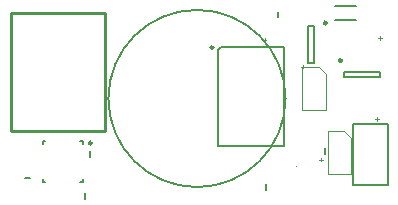
<source format=gbo>
%FSLAX25Y25*%
%MOIN*%
G70*
G01*
G75*
G04 Layer_Color=32896*
%ADD10R,0.02756X0.03543*%
%ADD11C,0.04000*%
%ADD12R,0.20276X0.20276*%
%ADD13O,0.02756X0.00787*%
%ADD14O,0.00787X0.02756*%
%ADD15R,0.02953X0.05512*%
%ADD16R,0.02008X0.01575*%
%ADD17R,0.05906X0.05118*%
%ADD18R,0.03543X0.02756*%
%ADD19R,0.03937X0.04331*%
%ADD20R,0.05118X0.05079*%
%ADD21R,0.05512X0.05079*%
%ADD22R,0.06614X0.03150*%
%ADD23R,0.05906X0.06693*%
%ADD24R,0.06693X0.05906*%
%ADD25R,0.05709X0.06299*%
%ADD26R,0.07480X0.03937*%
%ADD27R,0.05315X0.01575*%
%ADD28C,0.00800*%
%ADD29C,0.05906*%
%ADD30C,0.03937*%
%ADD31C,0.06000*%
%ADD32C,0.05709*%
G04:AMPARAMS|DCode=33|XSize=59.06mil|YSize=74.8mil|CornerRadius=14.76mil|HoleSize=0mil|Usage=FLASHONLY|Rotation=90.000|XOffset=0mil|YOffset=0mil|HoleType=Round|Shape=RoundedRectangle|*
%AMROUNDEDRECTD33*
21,1,0.05906,0.04528,0,0,90.0*
21,1,0.02953,0.07480,0,0,90.0*
1,1,0.02953,0.02264,0.01476*
1,1,0.02953,0.02264,-0.01476*
1,1,0.02953,-0.02264,-0.01476*
1,1,0.02953,-0.02264,0.01476*
%
%ADD33ROUNDEDRECTD33*%
%ADD34R,0.06000X0.06000*%
%ADD35C,0.02400*%
%ADD36C,0.04000*%
%ADD37C,0.07543*%
G04:AMPARAMS|DCode=38|XSize=79.685mil|YSize=79.685mil|CornerRadius=0mil|HoleSize=0mil|Usage=FLASHONLY|Rotation=0.000|XOffset=0mil|YOffset=0mil|HoleType=Round|Shape=Relief|Width=10mil|Gap=10mil|Entries=4|*
%AMTHD38*
7,0,0,0.07969,0.05969,0.01000,45*
%
%ADD38THD38*%
%ADD39C,0.05969*%
G04:AMPARAMS|DCode=40|XSize=90mil|YSize=90mil|CornerRadius=0mil|HoleSize=0mil|Usage=FLASHONLY|Rotation=0.000|XOffset=0mil|YOffset=0mil|HoleType=Round|Shape=Relief|Width=10mil|Gap=10mil|Entries=4|*
%AMTHD40*
7,0,0,0.09000,0.07000,0.01000,45*
%
%ADD40THD40*%
%ADD41C,0.07000*%
%ADD42C,0.06559*%
G04:AMPARAMS|DCode=43|XSize=95.433mil|YSize=95.433mil|CornerRadius=0mil|HoleSize=0mil|Usage=FLASHONLY|Rotation=0.000|XOffset=0mil|YOffset=0mil|HoleType=Round|Shape=Relief|Width=10mil|Gap=10mil|Entries=4|*
%AMTHD43*
7,0,0,0.09543,0.07543,0.01000,45*
%
%ADD43THD43*%
%ADD44C,0.07347*%
%ADD45O,0.09118X0.05969*%
%ADD46C,0.05200*%
G04:AMPARAMS|DCode=47|XSize=72mil|YSize=72mil|CornerRadius=0mil|HoleSize=0mil|Usage=FLASHONLY|Rotation=0.000|XOffset=0mil|YOffset=0mil|HoleType=Round|Shape=Relief|Width=10mil|Gap=10mil|Entries=4|*
%AMTHD47*
7,0,0,0.07200,0.05200,0.01000,45*
%
%ADD47THD47*%
%ADD48R,0.05000X0.04000*%
%ADD49R,0.04331X0.02559*%
%ADD50R,0.05906X0.05512*%
%ADD51R,0.04000X0.05000*%
%ADD52R,0.05512X0.03543*%
%ADD53R,0.05512X0.08661*%
%ADD54R,0.02559X0.04331*%
%ADD55R,0.04331X0.03937*%
G04:AMPARAMS|DCode=56|XSize=9.84mil|YSize=23.62mil|CornerRadius=2.46mil|HoleSize=0mil|Usage=FLASHONLY|Rotation=90.000|XOffset=0mil|YOffset=0mil|HoleType=Round|Shape=RoundedRectangle|*
%AMROUNDEDRECTD56*
21,1,0.00984,0.01870,0,0,90.0*
21,1,0.00492,0.02362,0,0,90.0*
1,1,0.00492,0.00935,0.00246*
1,1,0.00492,0.00935,-0.00246*
1,1,0.00492,-0.00935,-0.00246*
1,1,0.00492,-0.00935,0.00246*
%
%ADD56ROUNDEDRECTD56*%
G04:AMPARAMS|DCode=57|XSize=9.84mil|YSize=29.53mil|CornerRadius=2.46mil|HoleSize=0mil|Usage=FLASHONLY|Rotation=90.000|XOffset=0mil|YOffset=0mil|HoleType=Round|Shape=RoundedRectangle|*
%AMROUNDEDRECTD57*
21,1,0.00984,0.02461,0,0,90.0*
21,1,0.00492,0.02953,0,0,90.0*
1,1,0.00492,0.01230,0.00246*
1,1,0.00492,0.01230,-0.00246*
1,1,0.00492,-0.01230,-0.00246*
1,1,0.00492,-0.01230,0.00246*
%
%ADD57ROUNDEDRECTD57*%
%ADD58R,0.00787X0.02559*%
%ADD59R,0.02559X0.00787*%
%ADD60R,0.03150X0.03150*%
%ADD61R,0.03543X0.08858*%
%ADD62R,0.03543X0.11024*%
%ADD63C,0.01000*%
%ADD64C,0.02000*%
%ADD65C,0.01500*%
%ADD66C,0.00984*%
%ADD67C,0.00787*%
%ADD68C,0.00394*%
%ADD69R,0.03556X0.04343*%
%ADD70C,0.05000*%
%ADD71R,0.21076X0.21076*%
%ADD72O,0.03556X0.01587*%
%ADD73O,0.01587X0.03556*%
%ADD74R,0.03753X0.06312*%
%ADD75R,0.02808X0.02375*%
%ADD76R,0.06706X0.05918*%
%ADD77R,0.04343X0.03556*%
%ADD78R,0.04737X0.05131*%
%ADD79R,0.05918X0.05879*%
%ADD80R,0.06312X0.05879*%
%ADD81R,0.07414X0.03950*%
%ADD82R,0.06706X0.07493*%
%ADD83R,0.07493X0.06706*%
%ADD84R,0.06509X0.07099*%
%ADD85R,0.08280X0.04737*%
%ADD86R,0.06115X0.02375*%
%ADD87C,0.06706*%
%ADD88C,0.04737*%
%ADD89C,0.06800*%
%ADD90C,0.06509*%
G04:AMPARAMS|DCode=91|XSize=67.06mil|YSize=82.8mil|CornerRadius=18.76mil|HoleSize=0mil|Usage=FLASHONLY|Rotation=90.000|XOffset=0mil|YOffset=0mil|HoleType=Round|Shape=RoundedRectangle|*
%AMROUNDEDRECTD91*
21,1,0.06706,0.04528,0,0,90.0*
21,1,0.02953,0.08280,0,0,90.0*
1,1,0.03753,0.02264,0.01476*
1,1,0.03753,0.02264,-0.01476*
1,1,0.03753,-0.02264,-0.01476*
1,1,0.03753,-0.02264,0.01476*
%
%ADD91ROUNDEDRECTD91*%
%ADD92R,0.06800X0.06800*%
%ADD93C,0.03200*%
%ADD94R,0.05800X0.04800*%
%ADD95R,0.05131X0.03359*%
%ADD96R,0.06706X0.06312*%
%ADD97R,0.04800X0.05800*%
%ADD98R,0.06312X0.04343*%
%ADD99R,0.06312X0.09461*%
%ADD100R,0.03359X0.05131*%
%ADD101R,0.05131X0.04737*%
G04:AMPARAMS|DCode=102|XSize=17.84mil|YSize=31.62mil|CornerRadius=6.46mil|HoleSize=0mil|Usage=FLASHONLY|Rotation=90.000|XOffset=0mil|YOffset=0mil|HoleType=Round|Shape=RoundedRectangle|*
%AMROUNDEDRECTD102*
21,1,0.01784,0.01870,0,0,90.0*
21,1,0.00492,0.03162,0,0,90.0*
1,1,0.01292,0.00935,0.00246*
1,1,0.01292,0.00935,-0.00246*
1,1,0.01292,-0.00935,-0.00246*
1,1,0.01292,-0.00935,0.00246*
%
%ADD102ROUNDEDRECTD102*%
G04:AMPARAMS|DCode=103|XSize=17.84mil|YSize=37.53mil|CornerRadius=6.46mil|HoleSize=0mil|Usage=FLASHONLY|Rotation=90.000|XOffset=0mil|YOffset=0mil|HoleType=Round|Shape=RoundedRectangle|*
%AMROUNDEDRECTD103*
21,1,0.01784,0.02461,0,0,90.0*
21,1,0.00492,0.03753,0,0,90.0*
1,1,0.01292,0.01230,0.00246*
1,1,0.01292,0.01230,-0.00246*
1,1,0.01292,-0.01230,-0.00246*
1,1,0.01292,-0.01230,0.00246*
%
%ADD103ROUNDEDRECTD103*%
%ADD104R,0.01587X0.03359*%
%ADD105R,0.03359X0.01587*%
%ADD106R,0.03950X0.03950*%
%ADD107R,0.04343X0.09658*%
%ADD108R,0.04343X0.11824*%
%ADD109C,0.00606*%
D63*
X70500Y54500D02*
G03*
X70500Y54500I-500J0D01*
G01*
X34500Y26500D02*
Y65870D01*
X3004Y26500D02*
X34500D01*
X3004Y65870D02*
X34500D01*
X3004Y26500D02*
Y65870D01*
D66*
X108217Y62685D02*
G03*
X108217Y62685I-492J0D01*
G01*
X113307Y50225D02*
G03*
X113307Y50225I-492J0D01*
G01*
X29972Y22602D02*
G03*
X29972Y22602I-492J0D01*
G01*
D67*
X91988Y64516D02*
Y66484D01*
X102016Y61602D02*
X103984D01*
X102016Y49398D02*
X103984D01*
Y61602D01*
X102016Y49398D02*
Y61602D01*
X111153Y68362D02*
X117847D01*
X111153Y63638D02*
X117847D01*
X117095Y28842D02*
X123000D01*
X117095Y8764D02*
Y28842D01*
Y8764D02*
X128512D01*
Y28842D01*
X123000D02*
X128512D01*
X113898Y44516D02*
Y46484D01*
X126102Y44516D02*
Y46484D01*
X113898D02*
X126102D01*
X113898Y44516D02*
X126102D01*
X107512Y19016D02*
Y20984D01*
X29488Y18016D02*
Y19984D01*
X26134Y9807D02*
X26921D01*
Y10594D01*
X13535Y9807D02*
X14323D01*
X13535D02*
Y10594D01*
Y22406D02*
Y23193D01*
X14323D01*
X26134D02*
X26921D01*
Y22406D02*
Y23193D01*
X7516Y10988D02*
X9484D01*
X27612Y4016D02*
Y5984D01*
X72000Y21500D02*
X94000D01*
Y54500D01*
X73000D02*
X94000D01*
X72000Y53500D02*
X73000Y54500D01*
X72000Y21500D02*
Y53500D01*
X88012Y7016D02*
Y8984D01*
D68*
X98347Y14937D02*
G03*
X98347Y14937I-197J0D01*
G01*
X108563Y26587D02*
X114075D01*
X116437Y24224D01*
Y12315D02*
Y24224D01*
X112500Y12315D02*
X116437D01*
X108563D02*
Y26587D01*
Y12315D02*
X112500D01*
X100063Y48087D02*
X105575D01*
X107937Y45724D01*
Y33815D02*
Y45724D01*
X104000Y33815D02*
X107937D01*
X100063D02*
Y48087D01*
Y33815D02*
X104000D01*
X87516Y57500D02*
Y56188D01*
X86860Y56844D02*
X88172D01*
X100484Y47500D02*
Y48812D01*
X101140Y48156D02*
X99828D01*
X124500Y30516D02*
X125812D01*
X125156Y29860D02*
Y31172D01*
X125500Y57516D02*
X126812D01*
X126156Y56860D02*
Y58172D01*
X106484Y16500D02*
Y17812D01*
X107140Y17156D02*
X105828D01*
D109*
X94528Y37500D02*
G03*
X94528Y37500I-29528J0D01*
G01*
M02*

</source>
